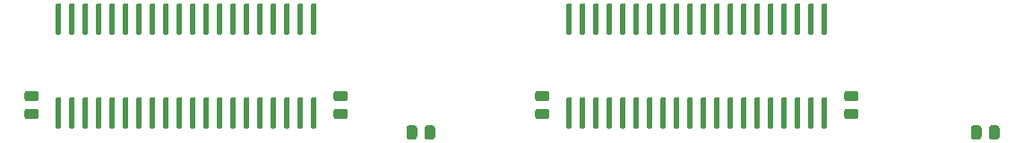
<source format=gtp>
G04 #@! TF.GenerationSoftware,KiCad,Pcbnew,(5.1.10-1-10_14)*
G04 #@! TF.CreationDate,2021-07-01T18:54:56-04:00*
G04 #@! TF.ProjectId,MacVRAMSIMM,4d616356-5241-44d5-9349-4d4d2e6b6963,1.0*
G04 #@! TF.SameCoordinates,Original*
G04 #@! TF.FileFunction,Paste,Top*
G04 #@! TF.FilePolarity,Positive*
%FSLAX46Y46*%
G04 Gerber Fmt 4.6, Leading zero omitted, Abs format (unit mm)*
G04 Created by KiCad (PCBNEW (5.1.10-1-10_14)) date 2021-07-01 18:54:56*
%MOMM*%
%LPD*%
G01*
G04 APERTURE LIST*
G04 APERTURE END LIST*
G36*
G01*
X163965000Y-123043500D02*
X163965000Y-122193500D01*
G75*
G02*
X164215000Y-121943500I250000J0D01*
G01*
X164715000Y-121943500D01*
G75*
G02*
X164965000Y-122193500I0J-250000D01*
G01*
X164965000Y-123043500D01*
G75*
G02*
X164715000Y-123293500I-250000J0D01*
G01*
X164215000Y-123293500D01*
G75*
G02*
X163965000Y-123043500I0J250000D01*
G01*
G37*
G36*
G01*
X165665000Y-123043500D02*
X165665000Y-122193500D01*
G75*
G02*
X165915000Y-121943500I250000J0D01*
G01*
X166415000Y-121943500D01*
G75*
G02*
X166665000Y-122193500I0J-250000D01*
G01*
X166665000Y-123043500D01*
G75*
G02*
X166415000Y-123293500I-250000J0D01*
G01*
X165915000Y-123293500D01*
G75*
G02*
X165665000Y-123043500I0J250000D01*
G01*
G37*
G36*
G01*
X112325000Y-123043500D02*
X112325000Y-122193500D01*
G75*
G02*
X112575000Y-121943500I250000J0D01*
G01*
X113075000Y-121943500D01*
G75*
G02*
X113325000Y-122193500I0J-250000D01*
G01*
X113325000Y-123043500D01*
G75*
G02*
X113075000Y-123293500I-250000J0D01*
G01*
X112575000Y-123293500D01*
G75*
G02*
X112325000Y-123043500I0J250000D01*
G01*
G37*
G36*
G01*
X110625000Y-123043500D02*
X110625000Y-122193500D01*
G75*
G02*
X110875000Y-121943500I250000J0D01*
G01*
X111375000Y-121943500D01*
G75*
G02*
X111625000Y-122193500I0J-250000D01*
G01*
X111625000Y-123043500D01*
G75*
G02*
X111375000Y-123293500I-250000J0D01*
G01*
X110875000Y-123293500D01*
G75*
G02*
X110625000Y-123043500I0J250000D01*
G01*
G37*
G36*
G01*
X75609000Y-121365000D02*
X74759000Y-121365000D01*
G75*
G02*
X74509000Y-121115000I0J250000D01*
G01*
X74509000Y-120615000D01*
G75*
G02*
X74759000Y-120365000I250000J0D01*
G01*
X75609000Y-120365000D01*
G75*
G02*
X75859000Y-120615000I0J-250000D01*
G01*
X75859000Y-121115000D01*
G75*
G02*
X75609000Y-121365000I-250000J0D01*
G01*
G37*
G36*
G01*
X75609000Y-119665000D02*
X74759000Y-119665000D01*
G75*
G02*
X74509000Y-119415000I0J250000D01*
G01*
X74509000Y-118915000D01*
G75*
G02*
X74759000Y-118665000I250000J0D01*
G01*
X75609000Y-118665000D01*
G75*
G02*
X75859000Y-118915000I0J-250000D01*
G01*
X75859000Y-119415000D01*
G75*
G02*
X75609000Y-119665000I-250000J0D01*
G01*
G37*
G36*
G01*
X153079000Y-119665000D02*
X152229000Y-119665000D01*
G75*
G02*
X151979000Y-119415000I0J250000D01*
G01*
X151979000Y-118915000D01*
G75*
G02*
X152229000Y-118665000I250000J0D01*
G01*
X153079000Y-118665000D01*
G75*
G02*
X153329000Y-118915000I0J-250000D01*
G01*
X153329000Y-119415000D01*
G75*
G02*
X153079000Y-119665000I-250000J0D01*
G01*
G37*
G36*
G01*
X153079000Y-121365000D02*
X152229000Y-121365000D01*
G75*
G02*
X151979000Y-121115000I0J250000D01*
G01*
X151979000Y-120615000D01*
G75*
G02*
X152229000Y-120365000I250000J0D01*
G01*
X153079000Y-120365000D01*
G75*
G02*
X153329000Y-120615000I0J-250000D01*
G01*
X153329000Y-121115000D01*
G75*
G02*
X153079000Y-121365000I-250000J0D01*
G01*
G37*
G36*
G01*
X123869000Y-119665000D02*
X123019000Y-119665000D01*
G75*
G02*
X122769000Y-119415000I0J250000D01*
G01*
X122769000Y-118915000D01*
G75*
G02*
X123019000Y-118665000I250000J0D01*
G01*
X123869000Y-118665000D01*
G75*
G02*
X124119000Y-118915000I0J-250000D01*
G01*
X124119000Y-119415000D01*
G75*
G02*
X123869000Y-119665000I-250000J0D01*
G01*
G37*
G36*
G01*
X123869000Y-121365000D02*
X123019000Y-121365000D01*
G75*
G02*
X122769000Y-121115000I0J250000D01*
G01*
X122769000Y-120615000D01*
G75*
G02*
X123019000Y-120365000I250000J0D01*
G01*
X123869000Y-120365000D01*
G75*
G02*
X124119000Y-120615000I0J-250000D01*
G01*
X124119000Y-121115000D01*
G75*
G02*
X123869000Y-121365000I-250000J0D01*
G01*
G37*
G36*
G01*
X104819000Y-121365000D02*
X103969000Y-121365000D01*
G75*
G02*
X103719000Y-121115000I0J250000D01*
G01*
X103719000Y-120615000D01*
G75*
G02*
X103969000Y-120365000I250000J0D01*
G01*
X104819000Y-120365000D01*
G75*
G02*
X105069000Y-120615000I0J-250000D01*
G01*
X105069000Y-121115000D01*
G75*
G02*
X104819000Y-121365000I-250000J0D01*
G01*
G37*
G36*
G01*
X104819000Y-119665000D02*
X103969000Y-119665000D01*
G75*
G02*
X103719000Y-119415000I0J250000D01*
G01*
X103719000Y-118915000D01*
G75*
G02*
X103969000Y-118665000I250000J0D01*
G01*
X104819000Y-118665000D01*
G75*
G02*
X105069000Y-118915000I0J-250000D01*
G01*
X105069000Y-119415000D01*
G75*
G02*
X104819000Y-119665000I-250000J0D01*
G01*
G37*
G36*
G01*
X79131500Y-113386000D02*
X78856500Y-113386000D01*
G75*
G02*
X78719000Y-113248500I0J137500D01*
G01*
X78719000Y-110525500D01*
G75*
G02*
X78856500Y-110388000I137500J0D01*
G01*
X79131500Y-110388000D01*
G75*
G02*
X79269000Y-110525500I0J-137500D01*
G01*
X79269000Y-113248500D01*
G75*
G02*
X79131500Y-113386000I-137500J0D01*
G01*
G37*
G36*
G01*
X77861500Y-113386000D02*
X77586500Y-113386000D01*
G75*
G02*
X77449000Y-113248500I0J137500D01*
G01*
X77449000Y-110525500D01*
G75*
G02*
X77586500Y-110388000I137500J0D01*
G01*
X77861500Y-110388000D01*
G75*
G02*
X77999000Y-110525500I0J-137500D01*
G01*
X77999000Y-113248500D01*
G75*
G02*
X77861500Y-113386000I-137500J0D01*
G01*
G37*
G36*
G01*
X80401500Y-113386000D02*
X80126500Y-113386000D01*
G75*
G02*
X79989000Y-113248500I0J137500D01*
G01*
X79989000Y-110525500D01*
G75*
G02*
X80126500Y-110388000I137500J0D01*
G01*
X80401500Y-110388000D01*
G75*
G02*
X80539000Y-110525500I0J-137500D01*
G01*
X80539000Y-113248500D01*
G75*
G02*
X80401500Y-113386000I-137500J0D01*
G01*
G37*
G36*
G01*
X81671500Y-113386000D02*
X81396500Y-113386000D01*
G75*
G02*
X81259000Y-113248500I0J137500D01*
G01*
X81259000Y-110525500D01*
G75*
G02*
X81396500Y-110388000I137500J0D01*
G01*
X81671500Y-110388000D01*
G75*
G02*
X81809000Y-110525500I0J-137500D01*
G01*
X81809000Y-113248500D01*
G75*
G02*
X81671500Y-113386000I-137500J0D01*
G01*
G37*
G36*
G01*
X85481500Y-113386000D02*
X85206500Y-113386000D01*
G75*
G02*
X85069000Y-113248500I0J137500D01*
G01*
X85069000Y-110525500D01*
G75*
G02*
X85206500Y-110388000I137500J0D01*
G01*
X85481500Y-110388000D01*
G75*
G02*
X85619000Y-110525500I0J-137500D01*
G01*
X85619000Y-113248500D01*
G75*
G02*
X85481500Y-113386000I-137500J0D01*
G01*
G37*
G36*
G01*
X86751500Y-113386000D02*
X86476500Y-113386000D01*
G75*
G02*
X86339000Y-113248500I0J137500D01*
G01*
X86339000Y-110525500D01*
G75*
G02*
X86476500Y-110388000I137500J0D01*
G01*
X86751500Y-110388000D01*
G75*
G02*
X86889000Y-110525500I0J-137500D01*
G01*
X86889000Y-113248500D01*
G75*
G02*
X86751500Y-113386000I-137500J0D01*
G01*
G37*
G36*
G01*
X88021500Y-113386000D02*
X87746500Y-113386000D01*
G75*
G02*
X87609000Y-113248500I0J137500D01*
G01*
X87609000Y-110525500D01*
G75*
G02*
X87746500Y-110388000I137500J0D01*
G01*
X88021500Y-110388000D01*
G75*
G02*
X88159000Y-110525500I0J-137500D01*
G01*
X88159000Y-113248500D01*
G75*
G02*
X88021500Y-113386000I-137500J0D01*
G01*
G37*
G36*
G01*
X89291500Y-113386000D02*
X89016500Y-113386000D01*
G75*
G02*
X88879000Y-113248500I0J137500D01*
G01*
X88879000Y-110525500D01*
G75*
G02*
X89016500Y-110388000I137500J0D01*
G01*
X89291500Y-110388000D01*
G75*
G02*
X89429000Y-110525500I0J-137500D01*
G01*
X89429000Y-113248500D01*
G75*
G02*
X89291500Y-113386000I-137500J0D01*
G01*
G37*
G36*
G01*
X90561500Y-113386000D02*
X90286500Y-113386000D01*
G75*
G02*
X90149000Y-113248500I0J137500D01*
G01*
X90149000Y-110525500D01*
G75*
G02*
X90286500Y-110388000I137500J0D01*
G01*
X90561500Y-110388000D01*
G75*
G02*
X90699000Y-110525500I0J-137500D01*
G01*
X90699000Y-113248500D01*
G75*
G02*
X90561500Y-113386000I-137500J0D01*
G01*
G37*
G36*
G01*
X91831500Y-113386000D02*
X91556500Y-113386000D01*
G75*
G02*
X91419000Y-113248500I0J137500D01*
G01*
X91419000Y-110525500D01*
G75*
G02*
X91556500Y-110388000I137500J0D01*
G01*
X91831500Y-110388000D01*
G75*
G02*
X91969000Y-110525500I0J-137500D01*
G01*
X91969000Y-113248500D01*
G75*
G02*
X91831500Y-113386000I-137500J0D01*
G01*
G37*
G36*
G01*
X84211500Y-113386000D02*
X83936500Y-113386000D01*
G75*
G02*
X83799000Y-113248500I0J137500D01*
G01*
X83799000Y-110525500D01*
G75*
G02*
X83936500Y-110388000I137500J0D01*
G01*
X84211500Y-110388000D01*
G75*
G02*
X84349000Y-110525500I0J-137500D01*
G01*
X84349000Y-113248500D01*
G75*
G02*
X84211500Y-113386000I-137500J0D01*
G01*
G37*
G36*
G01*
X82941500Y-113386000D02*
X82666500Y-113386000D01*
G75*
G02*
X82529000Y-113248500I0J137500D01*
G01*
X82529000Y-110525500D01*
G75*
G02*
X82666500Y-110388000I137500J0D01*
G01*
X82941500Y-110388000D01*
G75*
G02*
X83079000Y-110525500I0J-137500D01*
G01*
X83079000Y-113248500D01*
G75*
G02*
X82941500Y-113386000I-137500J0D01*
G01*
G37*
G36*
G01*
X101991500Y-122276000D02*
X101716500Y-122276000D01*
G75*
G02*
X101579000Y-122138500I0J137500D01*
G01*
X101579000Y-119415500D01*
G75*
G02*
X101716500Y-119278000I137500J0D01*
G01*
X101991500Y-119278000D01*
G75*
G02*
X102129000Y-119415500I0J-137500D01*
G01*
X102129000Y-122138500D01*
G75*
G02*
X101991500Y-122276000I-137500J0D01*
G01*
G37*
G36*
G01*
X100721500Y-122276000D02*
X100446500Y-122276000D01*
G75*
G02*
X100309000Y-122138500I0J137500D01*
G01*
X100309000Y-119415500D01*
G75*
G02*
X100446500Y-119278000I137500J0D01*
G01*
X100721500Y-119278000D01*
G75*
G02*
X100859000Y-119415500I0J-137500D01*
G01*
X100859000Y-122138500D01*
G75*
G02*
X100721500Y-122276000I-137500J0D01*
G01*
G37*
G36*
G01*
X99451500Y-122276000D02*
X99176500Y-122276000D01*
G75*
G02*
X99039000Y-122138500I0J137500D01*
G01*
X99039000Y-119415500D01*
G75*
G02*
X99176500Y-119278000I137500J0D01*
G01*
X99451500Y-119278000D01*
G75*
G02*
X99589000Y-119415500I0J-137500D01*
G01*
X99589000Y-122138500D01*
G75*
G02*
X99451500Y-122276000I-137500J0D01*
G01*
G37*
G36*
G01*
X98181500Y-122276000D02*
X97906500Y-122276000D01*
G75*
G02*
X97769000Y-122138500I0J137500D01*
G01*
X97769000Y-119415500D01*
G75*
G02*
X97906500Y-119278000I137500J0D01*
G01*
X98181500Y-119278000D01*
G75*
G02*
X98319000Y-119415500I0J-137500D01*
G01*
X98319000Y-122138500D01*
G75*
G02*
X98181500Y-122276000I-137500J0D01*
G01*
G37*
G36*
G01*
X96911500Y-122276000D02*
X96636500Y-122276000D01*
G75*
G02*
X96499000Y-122138500I0J137500D01*
G01*
X96499000Y-119415500D01*
G75*
G02*
X96636500Y-119278000I137500J0D01*
G01*
X96911500Y-119278000D01*
G75*
G02*
X97049000Y-119415500I0J-137500D01*
G01*
X97049000Y-122138500D01*
G75*
G02*
X96911500Y-122276000I-137500J0D01*
G01*
G37*
G36*
G01*
X95641500Y-122276000D02*
X95366500Y-122276000D01*
G75*
G02*
X95229000Y-122138500I0J137500D01*
G01*
X95229000Y-119415500D01*
G75*
G02*
X95366500Y-119278000I137500J0D01*
G01*
X95641500Y-119278000D01*
G75*
G02*
X95779000Y-119415500I0J-137500D01*
G01*
X95779000Y-122138500D01*
G75*
G02*
X95641500Y-122276000I-137500J0D01*
G01*
G37*
G36*
G01*
X85481500Y-122276000D02*
X85206500Y-122276000D01*
G75*
G02*
X85069000Y-122138500I0J137500D01*
G01*
X85069000Y-119415500D01*
G75*
G02*
X85206500Y-119278000I137500J0D01*
G01*
X85481500Y-119278000D01*
G75*
G02*
X85619000Y-119415500I0J-137500D01*
G01*
X85619000Y-122138500D01*
G75*
G02*
X85481500Y-122276000I-137500J0D01*
G01*
G37*
G36*
G01*
X95641500Y-113386000D02*
X95366500Y-113386000D01*
G75*
G02*
X95229000Y-113248500I0J137500D01*
G01*
X95229000Y-110525500D01*
G75*
G02*
X95366500Y-110388000I137500J0D01*
G01*
X95641500Y-110388000D01*
G75*
G02*
X95779000Y-110525500I0J-137500D01*
G01*
X95779000Y-113248500D01*
G75*
G02*
X95641500Y-113386000I-137500J0D01*
G01*
G37*
G36*
G01*
X96911500Y-113386000D02*
X96636500Y-113386000D01*
G75*
G02*
X96499000Y-113248500I0J137500D01*
G01*
X96499000Y-110525500D01*
G75*
G02*
X96636500Y-110388000I137500J0D01*
G01*
X96911500Y-110388000D01*
G75*
G02*
X97049000Y-110525500I0J-137500D01*
G01*
X97049000Y-113248500D01*
G75*
G02*
X96911500Y-113386000I-137500J0D01*
G01*
G37*
G36*
G01*
X98181500Y-113386000D02*
X97906500Y-113386000D01*
G75*
G02*
X97769000Y-113248500I0J137500D01*
G01*
X97769000Y-110525500D01*
G75*
G02*
X97906500Y-110388000I137500J0D01*
G01*
X98181500Y-110388000D01*
G75*
G02*
X98319000Y-110525500I0J-137500D01*
G01*
X98319000Y-113248500D01*
G75*
G02*
X98181500Y-113386000I-137500J0D01*
G01*
G37*
G36*
G01*
X99451500Y-113386000D02*
X99176500Y-113386000D01*
G75*
G02*
X99039000Y-113248500I0J137500D01*
G01*
X99039000Y-110525500D01*
G75*
G02*
X99176500Y-110388000I137500J0D01*
G01*
X99451500Y-110388000D01*
G75*
G02*
X99589000Y-110525500I0J-137500D01*
G01*
X99589000Y-113248500D01*
G75*
G02*
X99451500Y-113386000I-137500J0D01*
G01*
G37*
G36*
G01*
X100721500Y-113386000D02*
X100446500Y-113386000D01*
G75*
G02*
X100309000Y-113248500I0J137500D01*
G01*
X100309000Y-110525500D01*
G75*
G02*
X100446500Y-110388000I137500J0D01*
G01*
X100721500Y-110388000D01*
G75*
G02*
X100859000Y-110525500I0J-137500D01*
G01*
X100859000Y-113248500D01*
G75*
G02*
X100721500Y-113386000I-137500J0D01*
G01*
G37*
G36*
G01*
X93101500Y-122276000D02*
X92826500Y-122276000D01*
G75*
G02*
X92689000Y-122138500I0J137500D01*
G01*
X92689000Y-119415500D01*
G75*
G02*
X92826500Y-119278000I137500J0D01*
G01*
X93101500Y-119278000D01*
G75*
G02*
X93239000Y-119415500I0J-137500D01*
G01*
X93239000Y-122138500D01*
G75*
G02*
X93101500Y-122276000I-137500J0D01*
G01*
G37*
G36*
G01*
X91831500Y-122276000D02*
X91556500Y-122276000D01*
G75*
G02*
X91419000Y-122138500I0J137500D01*
G01*
X91419000Y-119415500D01*
G75*
G02*
X91556500Y-119278000I137500J0D01*
G01*
X91831500Y-119278000D01*
G75*
G02*
X91969000Y-119415500I0J-137500D01*
G01*
X91969000Y-122138500D01*
G75*
G02*
X91831500Y-122276000I-137500J0D01*
G01*
G37*
G36*
G01*
X90561500Y-122276000D02*
X90286500Y-122276000D01*
G75*
G02*
X90149000Y-122138500I0J137500D01*
G01*
X90149000Y-119415500D01*
G75*
G02*
X90286500Y-119278000I137500J0D01*
G01*
X90561500Y-119278000D01*
G75*
G02*
X90699000Y-119415500I0J-137500D01*
G01*
X90699000Y-122138500D01*
G75*
G02*
X90561500Y-122276000I-137500J0D01*
G01*
G37*
G36*
G01*
X89291500Y-122276000D02*
X89016500Y-122276000D01*
G75*
G02*
X88879000Y-122138500I0J137500D01*
G01*
X88879000Y-119415500D01*
G75*
G02*
X89016500Y-119278000I137500J0D01*
G01*
X89291500Y-119278000D01*
G75*
G02*
X89429000Y-119415500I0J-137500D01*
G01*
X89429000Y-122138500D01*
G75*
G02*
X89291500Y-122276000I-137500J0D01*
G01*
G37*
G36*
G01*
X88021500Y-122276000D02*
X87746500Y-122276000D01*
G75*
G02*
X87609000Y-122138500I0J137500D01*
G01*
X87609000Y-119415500D01*
G75*
G02*
X87746500Y-119278000I137500J0D01*
G01*
X88021500Y-119278000D01*
G75*
G02*
X88159000Y-119415500I0J-137500D01*
G01*
X88159000Y-122138500D01*
G75*
G02*
X88021500Y-122276000I-137500J0D01*
G01*
G37*
G36*
G01*
X82941500Y-122276000D02*
X82666500Y-122276000D01*
G75*
G02*
X82529000Y-122138500I0J137500D01*
G01*
X82529000Y-119415500D01*
G75*
G02*
X82666500Y-119278000I137500J0D01*
G01*
X82941500Y-119278000D01*
G75*
G02*
X83079000Y-119415500I0J-137500D01*
G01*
X83079000Y-122138500D01*
G75*
G02*
X82941500Y-122276000I-137500J0D01*
G01*
G37*
G36*
G01*
X81671500Y-122276000D02*
X81396500Y-122276000D01*
G75*
G02*
X81259000Y-122138500I0J137500D01*
G01*
X81259000Y-119415500D01*
G75*
G02*
X81396500Y-119278000I137500J0D01*
G01*
X81671500Y-119278000D01*
G75*
G02*
X81809000Y-119415500I0J-137500D01*
G01*
X81809000Y-122138500D01*
G75*
G02*
X81671500Y-122276000I-137500J0D01*
G01*
G37*
G36*
G01*
X80401500Y-122276000D02*
X80126500Y-122276000D01*
G75*
G02*
X79989000Y-122138500I0J137500D01*
G01*
X79989000Y-119415500D01*
G75*
G02*
X80126500Y-119278000I137500J0D01*
G01*
X80401500Y-119278000D01*
G75*
G02*
X80539000Y-119415500I0J-137500D01*
G01*
X80539000Y-122138500D01*
G75*
G02*
X80401500Y-122276000I-137500J0D01*
G01*
G37*
G36*
G01*
X79131500Y-122276000D02*
X78856500Y-122276000D01*
G75*
G02*
X78719000Y-122138500I0J137500D01*
G01*
X78719000Y-119415500D01*
G75*
G02*
X78856500Y-119278000I137500J0D01*
G01*
X79131500Y-119278000D01*
G75*
G02*
X79269000Y-119415500I0J-137500D01*
G01*
X79269000Y-122138500D01*
G75*
G02*
X79131500Y-122276000I-137500J0D01*
G01*
G37*
G36*
G01*
X77861500Y-122276000D02*
X77586500Y-122276000D01*
G75*
G02*
X77449000Y-122138500I0J137500D01*
G01*
X77449000Y-119415500D01*
G75*
G02*
X77586500Y-119278000I137500J0D01*
G01*
X77861500Y-119278000D01*
G75*
G02*
X77999000Y-119415500I0J-137500D01*
G01*
X77999000Y-122138500D01*
G75*
G02*
X77861500Y-122276000I-137500J0D01*
G01*
G37*
G36*
G01*
X101991500Y-113386000D02*
X101716500Y-113386000D01*
G75*
G02*
X101579000Y-113248500I0J137500D01*
G01*
X101579000Y-110525500D01*
G75*
G02*
X101716500Y-110388000I137500J0D01*
G01*
X101991500Y-110388000D01*
G75*
G02*
X102129000Y-110525500I0J-137500D01*
G01*
X102129000Y-113248500D01*
G75*
G02*
X101991500Y-113386000I-137500J0D01*
G01*
G37*
G36*
G01*
X84211500Y-122276000D02*
X83936500Y-122276000D01*
G75*
G02*
X83799000Y-122138500I0J137500D01*
G01*
X83799000Y-119415500D01*
G75*
G02*
X83936500Y-119278000I137500J0D01*
G01*
X84211500Y-119278000D01*
G75*
G02*
X84349000Y-119415500I0J-137500D01*
G01*
X84349000Y-122138500D01*
G75*
G02*
X84211500Y-122276000I-137500J0D01*
G01*
G37*
G36*
G01*
X86751500Y-122276000D02*
X86476500Y-122276000D01*
G75*
G02*
X86339000Y-122138500I0J137500D01*
G01*
X86339000Y-119415500D01*
G75*
G02*
X86476500Y-119278000I137500J0D01*
G01*
X86751500Y-119278000D01*
G75*
G02*
X86889000Y-119415500I0J-137500D01*
G01*
X86889000Y-122138500D01*
G75*
G02*
X86751500Y-122276000I-137500J0D01*
G01*
G37*
G36*
G01*
X94371500Y-122276000D02*
X94096500Y-122276000D01*
G75*
G02*
X93959000Y-122138500I0J137500D01*
G01*
X93959000Y-119415500D01*
G75*
G02*
X94096500Y-119278000I137500J0D01*
G01*
X94371500Y-119278000D01*
G75*
G02*
X94509000Y-119415500I0J-137500D01*
G01*
X94509000Y-122138500D01*
G75*
G02*
X94371500Y-122276000I-137500J0D01*
G01*
G37*
G36*
G01*
X94371500Y-113386000D02*
X94096500Y-113386000D01*
G75*
G02*
X93959000Y-113248500I0J137500D01*
G01*
X93959000Y-110525500D01*
G75*
G02*
X94096500Y-110388000I137500J0D01*
G01*
X94371500Y-110388000D01*
G75*
G02*
X94509000Y-110525500I0J-137500D01*
G01*
X94509000Y-113248500D01*
G75*
G02*
X94371500Y-113386000I-137500J0D01*
G01*
G37*
G36*
G01*
X93101500Y-113386000D02*
X92826500Y-113386000D01*
G75*
G02*
X92689000Y-113248500I0J137500D01*
G01*
X92689000Y-110525500D01*
G75*
G02*
X92826500Y-110388000I137500J0D01*
G01*
X93101500Y-110388000D01*
G75*
G02*
X93239000Y-110525500I0J-137500D01*
G01*
X93239000Y-113248500D01*
G75*
G02*
X93101500Y-113386000I-137500J0D01*
G01*
G37*
G36*
G01*
X141361500Y-113386000D02*
X141086500Y-113386000D01*
G75*
G02*
X140949000Y-113248500I0J137500D01*
G01*
X140949000Y-110525500D01*
G75*
G02*
X141086500Y-110388000I137500J0D01*
G01*
X141361500Y-110388000D01*
G75*
G02*
X141499000Y-110525500I0J-137500D01*
G01*
X141499000Y-113248500D01*
G75*
G02*
X141361500Y-113386000I-137500J0D01*
G01*
G37*
G36*
G01*
X142631500Y-113386000D02*
X142356500Y-113386000D01*
G75*
G02*
X142219000Y-113248500I0J137500D01*
G01*
X142219000Y-110525500D01*
G75*
G02*
X142356500Y-110388000I137500J0D01*
G01*
X142631500Y-110388000D01*
G75*
G02*
X142769000Y-110525500I0J-137500D01*
G01*
X142769000Y-113248500D01*
G75*
G02*
X142631500Y-113386000I-137500J0D01*
G01*
G37*
G36*
G01*
X142631500Y-122276000D02*
X142356500Y-122276000D01*
G75*
G02*
X142219000Y-122138500I0J137500D01*
G01*
X142219000Y-119415500D01*
G75*
G02*
X142356500Y-119278000I137500J0D01*
G01*
X142631500Y-119278000D01*
G75*
G02*
X142769000Y-119415500I0J-137500D01*
G01*
X142769000Y-122138500D01*
G75*
G02*
X142631500Y-122276000I-137500J0D01*
G01*
G37*
G36*
G01*
X135011500Y-122276000D02*
X134736500Y-122276000D01*
G75*
G02*
X134599000Y-122138500I0J137500D01*
G01*
X134599000Y-119415500D01*
G75*
G02*
X134736500Y-119278000I137500J0D01*
G01*
X135011500Y-119278000D01*
G75*
G02*
X135149000Y-119415500I0J-137500D01*
G01*
X135149000Y-122138500D01*
G75*
G02*
X135011500Y-122276000I-137500J0D01*
G01*
G37*
G36*
G01*
X132471500Y-122276000D02*
X132196500Y-122276000D01*
G75*
G02*
X132059000Y-122138500I0J137500D01*
G01*
X132059000Y-119415500D01*
G75*
G02*
X132196500Y-119278000I137500J0D01*
G01*
X132471500Y-119278000D01*
G75*
G02*
X132609000Y-119415500I0J-137500D01*
G01*
X132609000Y-122138500D01*
G75*
G02*
X132471500Y-122276000I-137500J0D01*
G01*
G37*
G36*
G01*
X150251500Y-113386000D02*
X149976500Y-113386000D01*
G75*
G02*
X149839000Y-113248500I0J137500D01*
G01*
X149839000Y-110525500D01*
G75*
G02*
X149976500Y-110388000I137500J0D01*
G01*
X150251500Y-110388000D01*
G75*
G02*
X150389000Y-110525500I0J-137500D01*
G01*
X150389000Y-113248500D01*
G75*
G02*
X150251500Y-113386000I-137500J0D01*
G01*
G37*
G36*
G01*
X126121500Y-122276000D02*
X125846500Y-122276000D01*
G75*
G02*
X125709000Y-122138500I0J137500D01*
G01*
X125709000Y-119415500D01*
G75*
G02*
X125846500Y-119278000I137500J0D01*
G01*
X126121500Y-119278000D01*
G75*
G02*
X126259000Y-119415500I0J-137500D01*
G01*
X126259000Y-122138500D01*
G75*
G02*
X126121500Y-122276000I-137500J0D01*
G01*
G37*
G36*
G01*
X127391500Y-122276000D02*
X127116500Y-122276000D01*
G75*
G02*
X126979000Y-122138500I0J137500D01*
G01*
X126979000Y-119415500D01*
G75*
G02*
X127116500Y-119278000I137500J0D01*
G01*
X127391500Y-119278000D01*
G75*
G02*
X127529000Y-119415500I0J-137500D01*
G01*
X127529000Y-122138500D01*
G75*
G02*
X127391500Y-122276000I-137500J0D01*
G01*
G37*
G36*
G01*
X128661500Y-122276000D02*
X128386500Y-122276000D01*
G75*
G02*
X128249000Y-122138500I0J137500D01*
G01*
X128249000Y-119415500D01*
G75*
G02*
X128386500Y-119278000I137500J0D01*
G01*
X128661500Y-119278000D01*
G75*
G02*
X128799000Y-119415500I0J-137500D01*
G01*
X128799000Y-122138500D01*
G75*
G02*
X128661500Y-122276000I-137500J0D01*
G01*
G37*
G36*
G01*
X129931500Y-122276000D02*
X129656500Y-122276000D01*
G75*
G02*
X129519000Y-122138500I0J137500D01*
G01*
X129519000Y-119415500D01*
G75*
G02*
X129656500Y-119278000I137500J0D01*
G01*
X129931500Y-119278000D01*
G75*
G02*
X130069000Y-119415500I0J-137500D01*
G01*
X130069000Y-122138500D01*
G75*
G02*
X129931500Y-122276000I-137500J0D01*
G01*
G37*
G36*
G01*
X131201500Y-122276000D02*
X130926500Y-122276000D01*
G75*
G02*
X130789000Y-122138500I0J137500D01*
G01*
X130789000Y-119415500D01*
G75*
G02*
X130926500Y-119278000I137500J0D01*
G01*
X131201500Y-119278000D01*
G75*
G02*
X131339000Y-119415500I0J-137500D01*
G01*
X131339000Y-122138500D01*
G75*
G02*
X131201500Y-122276000I-137500J0D01*
G01*
G37*
G36*
G01*
X136281500Y-122276000D02*
X136006500Y-122276000D01*
G75*
G02*
X135869000Y-122138500I0J137500D01*
G01*
X135869000Y-119415500D01*
G75*
G02*
X136006500Y-119278000I137500J0D01*
G01*
X136281500Y-119278000D01*
G75*
G02*
X136419000Y-119415500I0J-137500D01*
G01*
X136419000Y-122138500D01*
G75*
G02*
X136281500Y-122276000I-137500J0D01*
G01*
G37*
G36*
G01*
X137551500Y-122276000D02*
X137276500Y-122276000D01*
G75*
G02*
X137139000Y-122138500I0J137500D01*
G01*
X137139000Y-119415500D01*
G75*
G02*
X137276500Y-119278000I137500J0D01*
G01*
X137551500Y-119278000D01*
G75*
G02*
X137689000Y-119415500I0J-137500D01*
G01*
X137689000Y-122138500D01*
G75*
G02*
X137551500Y-122276000I-137500J0D01*
G01*
G37*
G36*
G01*
X138821500Y-122276000D02*
X138546500Y-122276000D01*
G75*
G02*
X138409000Y-122138500I0J137500D01*
G01*
X138409000Y-119415500D01*
G75*
G02*
X138546500Y-119278000I137500J0D01*
G01*
X138821500Y-119278000D01*
G75*
G02*
X138959000Y-119415500I0J-137500D01*
G01*
X138959000Y-122138500D01*
G75*
G02*
X138821500Y-122276000I-137500J0D01*
G01*
G37*
G36*
G01*
X140091500Y-122276000D02*
X139816500Y-122276000D01*
G75*
G02*
X139679000Y-122138500I0J137500D01*
G01*
X139679000Y-119415500D01*
G75*
G02*
X139816500Y-119278000I137500J0D01*
G01*
X140091500Y-119278000D01*
G75*
G02*
X140229000Y-119415500I0J-137500D01*
G01*
X140229000Y-122138500D01*
G75*
G02*
X140091500Y-122276000I-137500J0D01*
G01*
G37*
G36*
G01*
X141361500Y-122276000D02*
X141086500Y-122276000D01*
G75*
G02*
X140949000Y-122138500I0J137500D01*
G01*
X140949000Y-119415500D01*
G75*
G02*
X141086500Y-119278000I137500J0D01*
G01*
X141361500Y-119278000D01*
G75*
G02*
X141499000Y-119415500I0J-137500D01*
G01*
X141499000Y-122138500D01*
G75*
G02*
X141361500Y-122276000I-137500J0D01*
G01*
G37*
G36*
G01*
X148981500Y-113386000D02*
X148706500Y-113386000D01*
G75*
G02*
X148569000Y-113248500I0J137500D01*
G01*
X148569000Y-110525500D01*
G75*
G02*
X148706500Y-110388000I137500J0D01*
G01*
X148981500Y-110388000D01*
G75*
G02*
X149119000Y-110525500I0J-137500D01*
G01*
X149119000Y-113248500D01*
G75*
G02*
X148981500Y-113386000I-137500J0D01*
G01*
G37*
G36*
G01*
X147711500Y-113386000D02*
X147436500Y-113386000D01*
G75*
G02*
X147299000Y-113248500I0J137500D01*
G01*
X147299000Y-110525500D01*
G75*
G02*
X147436500Y-110388000I137500J0D01*
G01*
X147711500Y-110388000D01*
G75*
G02*
X147849000Y-110525500I0J-137500D01*
G01*
X147849000Y-113248500D01*
G75*
G02*
X147711500Y-113386000I-137500J0D01*
G01*
G37*
G36*
G01*
X146441500Y-113386000D02*
X146166500Y-113386000D01*
G75*
G02*
X146029000Y-113248500I0J137500D01*
G01*
X146029000Y-110525500D01*
G75*
G02*
X146166500Y-110388000I137500J0D01*
G01*
X146441500Y-110388000D01*
G75*
G02*
X146579000Y-110525500I0J-137500D01*
G01*
X146579000Y-113248500D01*
G75*
G02*
X146441500Y-113386000I-137500J0D01*
G01*
G37*
G36*
G01*
X145171500Y-113386000D02*
X144896500Y-113386000D01*
G75*
G02*
X144759000Y-113248500I0J137500D01*
G01*
X144759000Y-110525500D01*
G75*
G02*
X144896500Y-110388000I137500J0D01*
G01*
X145171500Y-110388000D01*
G75*
G02*
X145309000Y-110525500I0J-137500D01*
G01*
X145309000Y-113248500D01*
G75*
G02*
X145171500Y-113386000I-137500J0D01*
G01*
G37*
G36*
G01*
X143901500Y-113386000D02*
X143626500Y-113386000D01*
G75*
G02*
X143489000Y-113248500I0J137500D01*
G01*
X143489000Y-110525500D01*
G75*
G02*
X143626500Y-110388000I137500J0D01*
G01*
X143901500Y-110388000D01*
G75*
G02*
X144039000Y-110525500I0J-137500D01*
G01*
X144039000Y-113248500D01*
G75*
G02*
X143901500Y-113386000I-137500J0D01*
G01*
G37*
G36*
G01*
X133741500Y-122276000D02*
X133466500Y-122276000D01*
G75*
G02*
X133329000Y-122138500I0J137500D01*
G01*
X133329000Y-119415500D01*
G75*
G02*
X133466500Y-119278000I137500J0D01*
G01*
X133741500Y-119278000D01*
G75*
G02*
X133879000Y-119415500I0J-137500D01*
G01*
X133879000Y-122138500D01*
G75*
G02*
X133741500Y-122276000I-137500J0D01*
G01*
G37*
G36*
G01*
X143901500Y-122276000D02*
X143626500Y-122276000D01*
G75*
G02*
X143489000Y-122138500I0J137500D01*
G01*
X143489000Y-119415500D01*
G75*
G02*
X143626500Y-119278000I137500J0D01*
G01*
X143901500Y-119278000D01*
G75*
G02*
X144039000Y-119415500I0J-137500D01*
G01*
X144039000Y-122138500D01*
G75*
G02*
X143901500Y-122276000I-137500J0D01*
G01*
G37*
G36*
G01*
X145171500Y-122276000D02*
X144896500Y-122276000D01*
G75*
G02*
X144759000Y-122138500I0J137500D01*
G01*
X144759000Y-119415500D01*
G75*
G02*
X144896500Y-119278000I137500J0D01*
G01*
X145171500Y-119278000D01*
G75*
G02*
X145309000Y-119415500I0J-137500D01*
G01*
X145309000Y-122138500D01*
G75*
G02*
X145171500Y-122276000I-137500J0D01*
G01*
G37*
G36*
G01*
X146441500Y-122276000D02*
X146166500Y-122276000D01*
G75*
G02*
X146029000Y-122138500I0J137500D01*
G01*
X146029000Y-119415500D01*
G75*
G02*
X146166500Y-119278000I137500J0D01*
G01*
X146441500Y-119278000D01*
G75*
G02*
X146579000Y-119415500I0J-137500D01*
G01*
X146579000Y-122138500D01*
G75*
G02*
X146441500Y-122276000I-137500J0D01*
G01*
G37*
G36*
G01*
X147711500Y-122276000D02*
X147436500Y-122276000D01*
G75*
G02*
X147299000Y-122138500I0J137500D01*
G01*
X147299000Y-119415500D01*
G75*
G02*
X147436500Y-119278000I137500J0D01*
G01*
X147711500Y-119278000D01*
G75*
G02*
X147849000Y-119415500I0J-137500D01*
G01*
X147849000Y-122138500D01*
G75*
G02*
X147711500Y-122276000I-137500J0D01*
G01*
G37*
G36*
G01*
X148981500Y-122276000D02*
X148706500Y-122276000D01*
G75*
G02*
X148569000Y-122138500I0J137500D01*
G01*
X148569000Y-119415500D01*
G75*
G02*
X148706500Y-119278000I137500J0D01*
G01*
X148981500Y-119278000D01*
G75*
G02*
X149119000Y-119415500I0J-137500D01*
G01*
X149119000Y-122138500D01*
G75*
G02*
X148981500Y-122276000I-137500J0D01*
G01*
G37*
G36*
G01*
X150251500Y-122276000D02*
X149976500Y-122276000D01*
G75*
G02*
X149839000Y-122138500I0J137500D01*
G01*
X149839000Y-119415500D01*
G75*
G02*
X149976500Y-119278000I137500J0D01*
G01*
X150251500Y-119278000D01*
G75*
G02*
X150389000Y-119415500I0J-137500D01*
G01*
X150389000Y-122138500D01*
G75*
G02*
X150251500Y-122276000I-137500J0D01*
G01*
G37*
G36*
G01*
X131201500Y-113386000D02*
X130926500Y-113386000D01*
G75*
G02*
X130789000Y-113248500I0J137500D01*
G01*
X130789000Y-110525500D01*
G75*
G02*
X130926500Y-110388000I137500J0D01*
G01*
X131201500Y-110388000D01*
G75*
G02*
X131339000Y-110525500I0J-137500D01*
G01*
X131339000Y-113248500D01*
G75*
G02*
X131201500Y-113386000I-137500J0D01*
G01*
G37*
G36*
G01*
X132471500Y-113386000D02*
X132196500Y-113386000D01*
G75*
G02*
X132059000Y-113248500I0J137500D01*
G01*
X132059000Y-110525500D01*
G75*
G02*
X132196500Y-110388000I137500J0D01*
G01*
X132471500Y-110388000D01*
G75*
G02*
X132609000Y-110525500I0J-137500D01*
G01*
X132609000Y-113248500D01*
G75*
G02*
X132471500Y-113386000I-137500J0D01*
G01*
G37*
G36*
G01*
X140091500Y-113386000D02*
X139816500Y-113386000D01*
G75*
G02*
X139679000Y-113248500I0J137500D01*
G01*
X139679000Y-110525500D01*
G75*
G02*
X139816500Y-110388000I137500J0D01*
G01*
X140091500Y-110388000D01*
G75*
G02*
X140229000Y-110525500I0J-137500D01*
G01*
X140229000Y-113248500D01*
G75*
G02*
X140091500Y-113386000I-137500J0D01*
G01*
G37*
G36*
G01*
X138821500Y-113386000D02*
X138546500Y-113386000D01*
G75*
G02*
X138409000Y-113248500I0J137500D01*
G01*
X138409000Y-110525500D01*
G75*
G02*
X138546500Y-110388000I137500J0D01*
G01*
X138821500Y-110388000D01*
G75*
G02*
X138959000Y-110525500I0J-137500D01*
G01*
X138959000Y-113248500D01*
G75*
G02*
X138821500Y-113386000I-137500J0D01*
G01*
G37*
G36*
G01*
X137551500Y-113386000D02*
X137276500Y-113386000D01*
G75*
G02*
X137139000Y-113248500I0J137500D01*
G01*
X137139000Y-110525500D01*
G75*
G02*
X137276500Y-110388000I137500J0D01*
G01*
X137551500Y-110388000D01*
G75*
G02*
X137689000Y-110525500I0J-137500D01*
G01*
X137689000Y-113248500D01*
G75*
G02*
X137551500Y-113386000I-137500J0D01*
G01*
G37*
G36*
G01*
X136281500Y-113386000D02*
X136006500Y-113386000D01*
G75*
G02*
X135869000Y-113248500I0J137500D01*
G01*
X135869000Y-110525500D01*
G75*
G02*
X136006500Y-110388000I137500J0D01*
G01*
X136281500Y-110388000D01*
G75*
G02*
X136419000Y-110525500I0J-137500D01*
G01*
X136419000Y-113248500D01*
G75*
G02*
X136281500Y-113386000I-137500J0D01*
G01*
G37*
G36*
G01*
X135011500Y-113386000D02*
X134736500Y-113386000D01*
G75*
G02*
X134599000Y-113248500I0J137500D01*
G01*
X134599000Y-110525500D01*
G75*
G02*
X134736500Y-110388000I137500J0D01*
G01*
X135011500Y-110388000D01*
G75*
G02*
X135149000Y-110525500I0J-137500D01*
G01*
X135149000Y-113248500D01*
G75*
G02*
X135011500Y-113386000I-137500J0D01*
G01*
G37*
G36*
G01*
X133741500Y-113386000D02*
X133466500Y-113386000D01*
G75*
G02*
X133329000Y-113248500I0J137500D01*
G01*
X133329000Y-110525500D01*
G75*
G02*
X133466500Y-110388000I137500J0D01*
G01*
X133741500Y-110388000D01*
G75*
G02*
X133879000Y-110525500I0J-137500D01*
G01*
X133879000Y-113248500D01*
G75*
G02*
X133741500Y-113386000I-137500J0D01*
G01*
G37*
G36*
G01*
X129931500Y-113386000D02*
X129656500Y-113386000D01*
G75*
G02*
X129519000Y-113248500I0J137500D01*
G01*
X129519000Y-110525500D01*
G75*
G02*
X129656500Y-110388000I137500J0D01*
G01*
X129931500Y-110388000D01*
G75*
G02*
X130069000Y-110525500I0J-137500D01*
G01*
X130069000Y-113248500D01*
G75*
G02*
X129931500Y-113386000I-137500J0D01*
G01*
G37*
G36*
G01*
X128661500Y-113386000D02*
X128386500Y-113386000D01*
G75*
G02*
X128249000Y-113248500I0J137500D01*
G01*
X128249000Y-110525500D01*
G75*
G02*
X128386500Y-110388000I137500J0D01*
G01*
X128661500Y-110388000D01*
G75*
G02*
X128799000Y-110525500I0J-137500D01*
G01*
X128799000Y-113248500D01*
G75*
G02*
X128661500Y-113386000I-137500J0D01*
G01*
G37*
G36*
G01*
X126121500Y-113386000D02*
X125846500Y-113386000D01*
G75*
G02*
X125709000Y-113248500I0J137500D01*
G01*
X125709000Y-110525500D01*
G75*
G02*
X125846500Y-110388000I137500J0D01*
G01*
X126121500Y-110388000D01*
G75*
G02*
X126259000Y-110525500I0J-137500D01*
G01*
X126259000Y-113248500D01*
G75*
G02*
X126121500Y-113386000I-137500J0D01*
G01*
G37*
G36*
G01*
X127391500Y-113386000D02*
X127116500Y-113386000D01*
G75*
G02*
X126979000Y-113248500I0J137500D01*
G01*
X126979000Y-110525500D01*
G75*
G02*
X127116500Y-110388000I137500J0D01*
G01*
X127391500Y-110388000D01*
G75*
G02*
X127529000Y-110525500I0J-137500D01*
G01*
X127529000Y-113248500D01*
G75*
G02*
X127391500Y-113386000I-137500J0D01*
G01*
G37*
M02*

</source>
